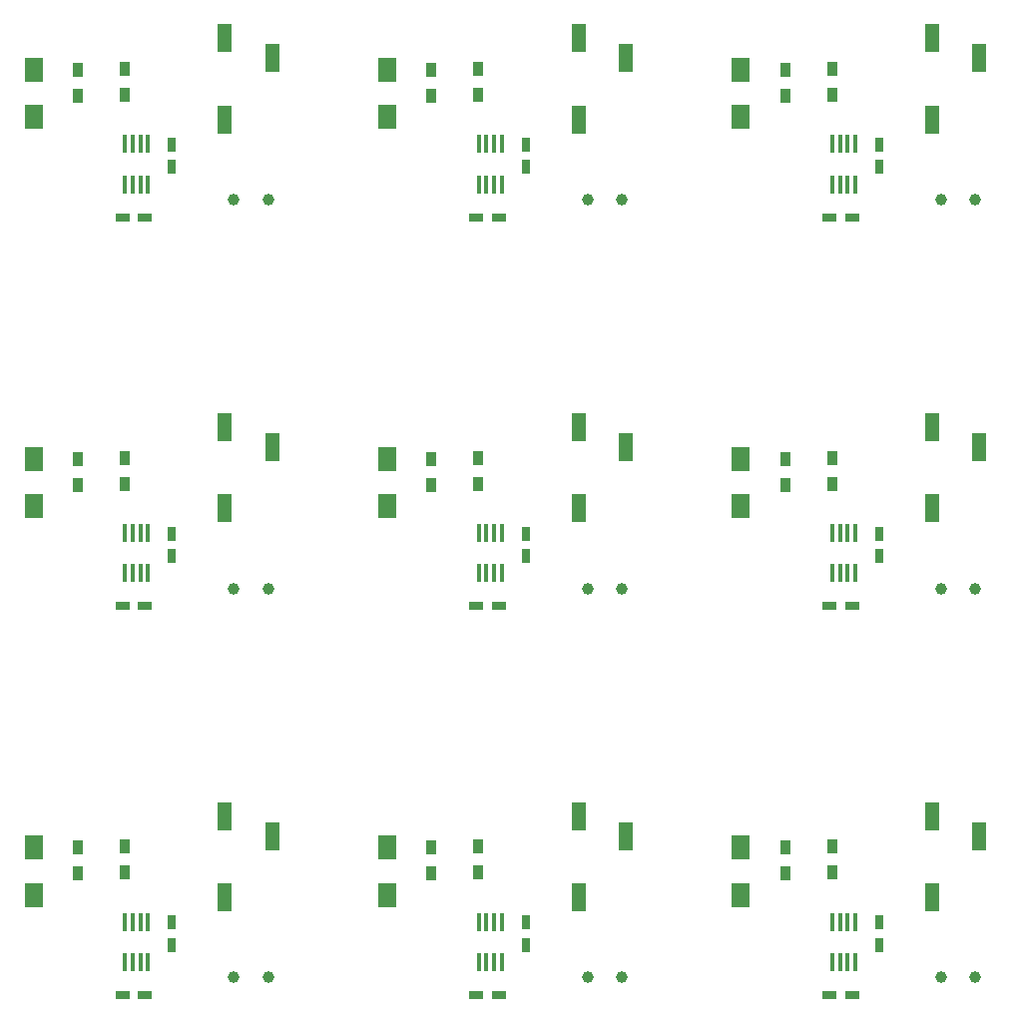
<source format=gtp>
G04 #@! TF.GenerationSoftware,KiCad,Pcbnew,5.1.0*
G04 #@! TF.CreationDate,2019-04-07T17:06:29+09:00*
G04 #@! TF.ProjectId,noname,6e6f6e61-6d65-42e6-9b69-6361645f7063,rev?*
G04 #@! TF.SameCoordinates,Original*
G04 #@! TF.FileFunction,Paste,Top*
G04 #@! TF.FilePolarity,Positive*
%FSLAX46Y46*%
G04 Gerber Fmt 4.6, Leading zero omitted, Abs format (unit mm)*
G04 Created by KiCad (PCBNEW 5.1.0) date 2019-04-07 17:06:29*
%MOMM*%
%LPD*%
G04 APERTURE LIST*
%ADD10R,1.600000X2.000000*%
%ADD11R,1.200000X0.750000*%
%ADD12R,0.750000X1.200000*%
%ADD13R,0.300000X1.600000*%
%ADD14R,0.900000X1.200000*%
%ADD15C,1.000000*%
%ADD16R,1.200000X2.400000*%
G04 APERTURE END LIST*
D10*
X172600000Y-119350000D03*
X172600000Y-123350000D03*
X142600000Y-119350000D03*
X142600000Y-123350000D03*
X112600000Y-119350000D03*
X112600000Y-123350000D03*
X172600000Y-86350000D03*
X172600000Y-90350000D03*
X142600000Y-86350000D03*
X142600000Y-90350000D03*
X112600000Y-86350000D03*
X112600000Y-90350000D03*
X172600000Y-53350000D03*
X172600000Y-57350000D03*
X142600000Y-53350000D03*
X142600000Y-57350000D03*
D11*
X182050000Y-131850000D03*
X180150000Y-131850000D03*
X152050000Y-131850000D03*
X150150000Y-131850000D03*
X122050000Y-131850000D03*
X120150000Y-131850000D03*
X182050000Y-98850000D03*
X180150000Y-98850000D03*
X152050000Y-98850000D03*
X150150000Y-98850000D03*
X122050000Y-98850000D03*
X120150000Y-98850000D03*
X182050000Y-65850000D03*
X180150000Y-65850000D03*
X152050000Y-65850000D03*
X150150000Y-65850000D03*
D12*
X184350000Y-125700000D03*
X184350000Y-127600000D03*
X154350000Y-125700000D03*
X154350000Y-127600000D03*
X124350000Y-125700000D03*
X124350000Y-127600000D03*
X184350000Y-92700000D03*
X184350000Y-94600000D03*
X154350000Y-92700000D03*
X154350000Y-94600000D03*
X124350000Y-92700000D03*
X124350000Y-94600000D03*
X184350000Y-59700000D03*
X184350000Y-61600000D03*
X154350000Y-59700000D03*
X154350000Y-61600000D03*
D13*
X180375000Y-129050000D03*
X181025000Y-129050000D03*
X181675000Y-129050000D03*
X182325000Y-129050000D03*
X182325000Y-125650000D03*
X181675000Y-125650000D03*
X181025000Y-125650000D03*
X180375000Y-125650000D03*
X150375000Y-129050000D03*
X151025000Y-129050000D03*
X151675000Y-129050000D03*
X152325000Y-129050000D03*
X152325000Y-125650000D03*
X151675000Y-125650000D03*
X151025000Y-125650000D03*
X150375000Y-125650000D03*
X120375000Y-129050000D03*
X121025000Y-129050000D03*
X121675000Y-129050000D03*
X122325000Y-129050000D03*
X122325000Y-125650000D03*
X121675000Y-125650000D03*
X121025000Y-125650000D03*
X120375000Y-125650000D03*
X180375000Y-96050000D03*
X181025000Y-96050000D03*
X181675000Y-96050000D03*
X182325000Y-96050000D03*
X182325000Y-92650000D03*
X181675000Y-92650000D03*
X181025000Y-92650000D03*
X180375000Y-92650000D03*
X150375000Y-96050000D03*
X151025000Y-96050000D03*
X151675000Y-96050000D03*
X152325000Y-96050000D03*
X152325000Y-92650000D03*
X151675000Y-92650000D03*
X151025000Y-92650000D03*
X150375000Y-92650000D03*
X120375000Y-96050000D03*
X121025000Y-96050000D03*
X121675000Y-96050000D03*
X122325000Y-96050000D03*
X122325000Y-92650000D03*
X121675000Y-92650000D03*
X121025000Y-92650000D03*
X120375000Y-92650000D03*
X180375000Y-63050000D03*
X181025000Y-63050000D03*
X181675000Y-63050000D03*
X182325000Y-63050000D03*
X182325000Y-59650000D03*
X181675000Y-59650000D03*
X181025000Y-59650000D03*
X180375000Y-59650000D03*
X150375000Y-63050000D03*
X151025000Y-63050000D03*
X151675000Y-63050000D03*
X152325000Y-63050000D03*
X152325000Y-59650000D03*
X151675000Y-59650000D03*
X151025000Y-59650000D03*
X150375000Y-59650000D03*
D14*
X176350000Y-119350000D03*
X176350000Y-121550000D03*
X146350000Y-119350000D03*
X146350000Y-121550000D03*
X116350000Y-119350000D03*
X116350000Y-121550000D03*
X176350000Y-86350000D03*
X176350000Y-88550000D03*
X146350000Y-86350000D03*
X146350000Y-88550000D03*
X116350000Y-86350000D03*
X116350000Y-88550000D03*
X176350000Y-53350000D03*
X176350000Y-55550000D03*
X146350000Y-53350000D03*
X146350000Y-55550000D03*
D15*
X192500000Y-130350000D03*
X189600000Y-130350000D03*
X162500000Y-130350000D03*
X159600000Y-130350000D03*
X132500000Y-130350000D03*
X129600000Y-130350000D03*
X192500000Y-97350000D03*
X189600000Y-97350000D03*
X162500000Y-97350000D03*
X159600000Y-97350000D03*
X132500000Y-97350000D03*
X129600000Y-97350000D03*
X192500000Y-64350000D03*
X189600000Y-64350000D03*
X162500000Y-64350000D03*
X159600000Y-64350000D03*
D14*
X180350000Y-121450000D03*
X180350000Y-119250000D03*
X150350000Y-121450000D03*
X150350000Y-119250000D03*
X120350000Y-121450000D03*
X120350000Y-119250000D03*
X180350000Y-88450000D03*
X180350000Y-86250000D03*
X150350000Y-88450000D03*
X150350000Y-86250000D03*
X120350000Y-88450000D03*
X120350000Y-86250000D03*
X180350000Y-55450000D03*
X180350000Y-53250000D03*
X150350000Y-55450000D03*
X150350000Y-53250000D03*
D16*
X192850000Y-118350000D03*
X188850000Y-116650000D03*
X188850000Y-123550000D03*
X162850000Y-118350000D03*
X158850000Y-116650000D03*
X158850000Y-123550000D03*
X132850000Y-118350000D03*
X128850000Y-116650000D03*
X128850000Y-123550000D03*
X192850000Y-85350000D03*
X188850000Y-83650000D03*
X188850000Y-90550000D03*
X162850000Y-85350000D03*
X158850000Y-83650000D03*
X158850000Y-90550000D03*
X132850000Y-85350000D03*
X128850000Y-83650000D03*
X128850000Y-90550000D03*
X192850000Y-52350000D03*
X188850000Y-50650000D03*
X188850000Y-57550000D03*
X162850000Y-52350000D03*
X158850000Y-50650000D03*
X158850000Y-57550000D03*
D10*
X112600000Y-57350000D03*
X112600000Y-53350000D03*
D11*
X120150000Y-65850000D03*
X122050000Y-65850000D03*
D12*
X124350000Y-61600000D03*
X124350000Y-59700000D03*
D14*
X120350000Y-53250000D03*
X120350000Y-55450000D03*
D16*
X128850000Y-57550000D03*
X128850000Y-50650000D03*
X132850000Y-52350000D03*
D15*
X129600000Y-64350000D03*
X132500000Y-64350000D03*
D14*
X116350000Y-55550000D03*
X116350000Y-53350000D03*
D13*
X120375000Y-59650000D03*
X121025000Y-59650000D03*
X121675000Y-59650000D03*
X122325000Y-59650000D03*
X122325000Y-63050000D03*
X121675000Y-63050000D03*
X121025000Y-63050000D03*
X120375000Y-63050000D03*
M02*

</source>
